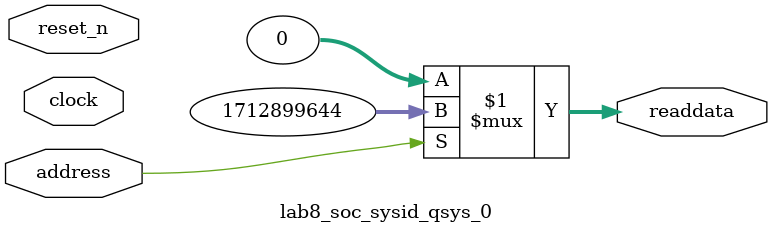
<source format=v>



// synthesis translate_off
`timescale 1ns / 1ps
// synthesis translate_on

// turn off superfluous verilog processor warnings 
// altera message_level Level1 
// altera message_off 10034 10035 10036 10037 10230 10240 10030 

module lab8_soc_sysid_qsys_0 (
               // inputs:
                address,
                clock,
                reset_n,

               // outputs:
                readdata
             )
;

  output  [ 31: 0] readdata;
  input            address;
  input            clock;
  input            reset_n;

  wire    [ 31: 0] readdata;
  //control_slave, which is an e_avalon_slave
  assign readdata = address ? 1712899644 : 0;

endmodule



</source>
